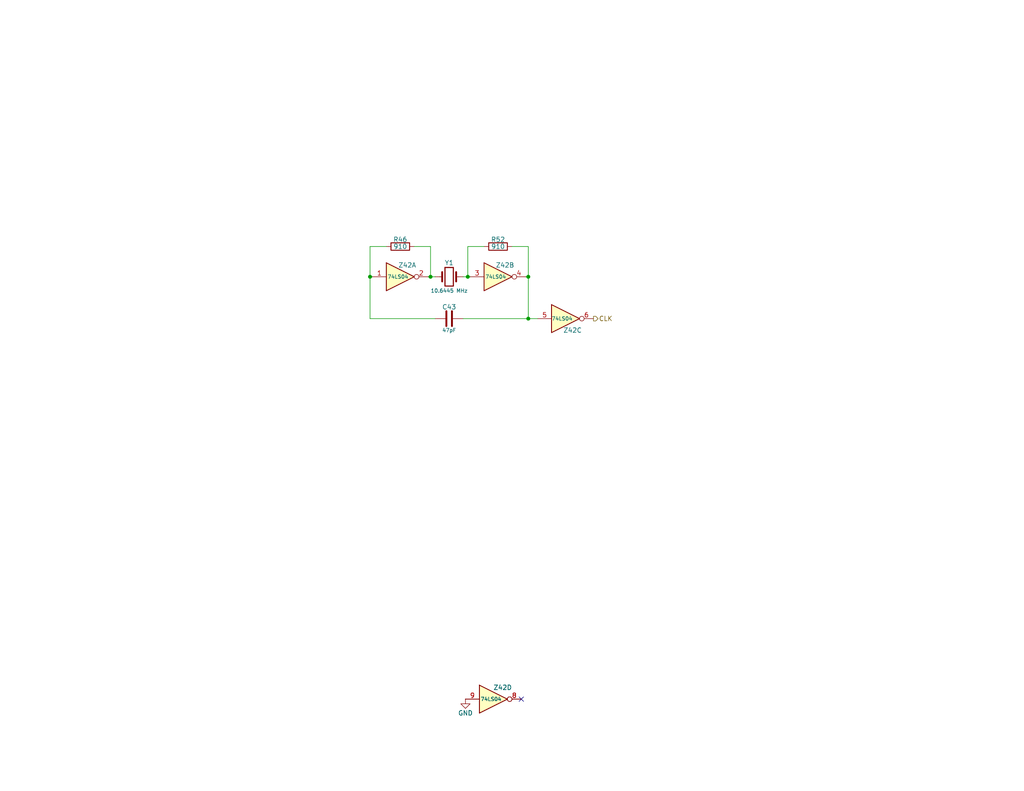
<source format=kicad_sch>
(kicad_sch (version 20231120) (generator "eeschema") (generator_version "8.0")
  (paper "USLetter")
  (title_block (title "TRS-80 Model I Rev D") (date "2024-11-20") (rev "E1A-D") (company "RetroStack - Marcel Erz") (comment 4 "System Clock"))
  (lib_symbols
    (symbol "74xx:74LS04"
      (property "Reference" "U" (at 0 1.27 0))
      (property "Value" "74LS04" (at 0 -1.27 0))
      (symbol "74LS04_1_0"
        (polyline (pts (xy -3.81 3.81) (xy -3.81 -3.81) (xy 3.81 0) (xy -3.81 3.81)) (stroke (width 0.254)) (fill (type background)))
        (pin input line (at -7.62 0 0) (length 3.81) (name "~") (number "1"))
        (pin output inverted (at 7.62 0 180) (length 3.81) (name "~") (number "2"))
      )
      (symbol "74LS04_2_0"
        (polyline (pts (xy -3.81 3.81) (xy -3.81 -3.81) (xy 3.81 0) (xy -3.81 3.81)) (stroke (width 0.254)) (fill (type background)))
        (pin input line (at -7.62 0 0) (length 3.81) (name "~") (number "3"))
        (pin output inverted (at 7.62 0 180) (length 3.81) (name "~") (number "4"))
      )
      (symbol "74LS04_3_0"
        (polyline (pts (xy -3.81 3.81) (xy -3.81 -3.81) (xy 3.81 0) (xy -3.81 3.81)) (stroke (width 0.254)) (fill (type background)))
        (pin input line (at -7.62 0 0) (length 3.81) (name "~") (number "5"))
        (pin output inverted (at 7.62 0 180) (length 3.81) (name "~") (number "6"))
      )
      (symbol "74LS04_4_0"
        (polyline (pts (xy -3.81 3.81) (xy -3.81 -3.81) (xy 3.81 0) (xy -3.81 3.81)) (stroke (width 0.254)) (fill (type background)))
        (pin output inverted (at 7.62 0 180) (length 3.81) (name "~") (number "8"))
        (pin input line (at -7.62 0 0) (length 3.81) (name "~") (number "9"))
      )
      (symbol "74LS04_5_0"
        (polyline (pts (xy -3.81 3.81) (xy -3.81 -3.81) (xy 3.81 0) (xy -3.81 3.81)) (stroke (width 0.254)) (fill (type background)))
        (pin output inverted (at 7.62 0 180) (length 3.81) (name "~") (number "10"))
        (pin input line (at -7.62 0 0) (length 3.81) (name "~") (number "11"))
      )
      (symbol "74LS04_6_0"
        (polyline (pts (xy -3.81 3.81) (xy -3.81 -3.81) (xy 3.81 0) (xy -3.81 3.81)) (stroke (width 0.254)) (fill (type background)))
        (pin output inverted (at 7.62 0 180) (length 3.81) (name "~") (number "12"))
        (pin input line (at -7.62 0 0) (length 3.81) (name "~") (number "13"))
      )
      (symbol "74LS04_7_0"
        (pin power_in line (at 0 12.7 270) (length 5.08) (name "VCC") (number "14"))
        (pin power_in line (at 0 -12.7 90) (length 5.08) (name "GND") (number "7"))
      )
      (symbol "74LS04_7_1"
        (rectangle (start -5.08 7.62) (end 5.08 -7.62) (stroke (width 0.254)) (fill (type background)))
      )
    )
    (symbol "Device:C" (pin_numbers hide) (pin_names (offset 0.254))
      (property "Reference" "C" (at 0.635 2.54 0))
      (property "Value" "C" (at 0.635 -2.54 0))
      (symbol "C_0_1"
        (polyline (pts (xy -2.032 -0.762) (xy 2.032 -0.762)) (stroke (width 0.508)))
        (polyline (pts (xy -2.032 0.762) (xy 2.032 0.762)) (stroke (width 0.508)))
      )
      (symbol "C_1_1"
        (pin passive line (at 0 3.81 270) (length 2.794) (name "~") (number "1"))
        (pin passive line (at 0 -3.81 90) (length 2.794) (name "~") (number "2"))
      )
    )
    (symbol "Device:Crystal" (pin_numbers hide) (pin_names (offset 1.016) hide)
      (property "Reference" "Y" (at 0 3.81 0))
      (property "Value" "Crystal" (at 0 -3.81 0))
      (symbol "Crystal_0_1"
        (rectangle (start -1.143 2.54) (end 1.143 -2.54) (stroke (width 0.3048)))
        (polyline (pts (xy -2.54 0) (xy -1.905 0)))
        (polyline (pts (xy -1.905 -1.27) (xy -1.905 1.27)) (stroke (width 0.508)))
        (polyline (pts (xy 1.905 -1.27) (xy 1.905 1.27)) (stroke (width 0.508)))
        (polyline (pts (xy 2.54 0) (xy 1.905 0)))
      )
      (symbol "Crystal_1_1"
        (pin passive line (at -3.81 0 0) (length 1.27) (name "1") (number "1"))
        (pin passive line (at 3.81 0 180) (length 1.27) (name "2") (number "2"))
      )
    )
    (symbol "Device:R" (pin_numbers hide) (pin_names (offset 0))
      (property "Reference" "R" (at 2.032 0 90))
      (property "Value" "R" (at 0 0 90))
      (symbol "R_0_1"
        (rectangle (start -1.016 -2.54) (end 1.016 2.54) (stroke (width 0.254)))
      )
      (symbol "R_1_1"
        (pin passive line (at 0 3.81 270) (length 1.27) (name "~") (number "1"))
        (pin passive line (at 0 -3.81 90) (length 1.27) (name "~") (number "2"))
      )
    )
    (symbol "power:GND" (power) (pin_numbers hide) (pin_names (offset 0) hide)
      (property "Value" "GND" (at 0 -3.81 0))
      (symbol "GND_0_1"
        (polyline (pts (xy 0 0) (xy 0 -1.27) (xy 1.27 -1.27) (xy 0 -2.54) (xy -1.27 -1.27) (xy 0 -1.27)))
      )
      (symbol "GND_1_1"
        (pin power_in line (at 0 0 270) (length 0) (name "~") (number "1"))
      )
    )
  )
  (junction (at 127.635 75.565))
  (junction (at 100.965 75.565))
  (junction (at 117.475 75.565))
  (junction (at 144.145 86.995))
  (junction (at 144.145 75.565))
  (no_connect (at 142.24 190.881))
  (wire (pts (xy 143.51 75.565) (xy 144.145 75.565)))
  (wire (pts (xy 100.965 67.31) (xy 105.41 67.31)))
  (wire (pts (xy 126.365 75.565) (xy 127.635 75.565)))
  (wire (pts (xy 144.145 75.565) (xy 144.145 67.31)))
  (wire (pts (xy 144.145 86.995) (xy 144.145 75.565)))
  (wire (pts (xy 113.03 67.31) (xy 117.475 67.31)))
  (wire (pts (xy 126.365 86.995) (xy 144.145 86.995)))
  (wire (pts (xy 117.475 75.565) (xy 118.745 75.565)))
  (wire (pts (xy 127.635 67.31) (xy 127.635 75.565)))
  (wire (pts (xy 127.635 75.565) (xy 128.27 75.565)))
  (wire (pts (xy 139.7 67.31) (xy 144.145 67.31)))
  (wire (pts (xy 132.08 67.31) (xy 127.635 67.31)))
  (wire (pts (xy 100.965 86.995) (xy 100.965 75.565)))
  (wire (pts (xy 116.84 75.565) (xy 117.475 75.565)))
  (wire (pts (xy 146.685 86.995) (xy 144.145 86.995)))
  (wire (pts (xy 117.475 67.31) (xy 117.475 75.565)))
  (wire (pts (xy 101.6 75.565) (xy 100.965 75.565)))
  (wire (pts (xy 100.965 75.565) (xy 100.965 67.31)))
  (wire (pts (xy 118.745 86.995) (xy 100.965 86.995)))
  (hierarchical_label "CLK" (shape output) (at 161.925 86.995 0))
  (symbol (lib_id "Device:R") (at 135.89 67.31 90) (unit 1)
    (property "Reference" "R52" (at 135.89 65.405 90))
    (property "Value" "910" (at 135.89 67.31 90))
    (property "Footprint" "RetroStackLibrary:TRS80_Model_I_R_0.25W" (effects (hide yes)))
  )
  (symbol (lib_id "74xx:74LS04") (at 154.305 86.995 0) (unit 3)
    (property "Reference" "Z42" (at 153.67 90.17 0) (effects (justify left)))
    (property "Value" "74LS04" (at 150.495 86.995 0) (effects (font (size 1 1)) (justify left)))
    (property "Footprint" "RetroStackLibrary:TRS80_Model_I_DIP14" (effects (hide yes)))
    (property "Datasheet" "http://www.ti.com/lit/gpn/sn74LS04" (effects (hide yes)))
  )
  (symbol (lib_id "74xx:74LS04") (at 135.89 75.565 0) (unit 2)
    (property "Reference" "Z42" (at 137.795 72.39 0))
    (property "Value" "74LS04" (at 135.255 75.565 0) (effects (font (size 1 1))))
    (property "Footprint" "RetroStackLibrary:TRS80_Model_I_DIP14" (effects (hide yes)))
    (property "Datasheet" "http://www.ti.com/lit/gpn/sn74LS04" (effects (hide yes)))
  )
  (symbol (lib_id "Device:Crystal") (at 122.555 75.565 0) (unit 1)
    (property "Reference" "Y1" (at 122.555 71.755 0))
    (property "Value" "10.6445 MHz" (at 122.555 79.375 0) (effects (font (size 1 1))))
    (property "Footprint" "RetroStackLibrary:TRS80_Model_I_Crystal" (effects (hide yes)))
  )
  (symbol (lib_id "74xx:74LS04") (at 109.22 75.565 0) (unit 1)
    (property "Reference" "Z42" (at 111.125 72.39 0))
    (property "Value" "74LS04" (at 108.585 75.565 0) (effects (font (size 1 1))))
    (property "Footprint" "RetroStackLibrary:TRS80_Model_I_DIP14" (effects (hide yes)))
    (property "Datasheet" "http://www.ti.com/lit/gpn/sn74LS04" (effects (hide yes)))
  )
  (symbol (lib_id "power:GND") (at 127 190.881 0) (unit 1)
    (property "Reference" "#PWR05" (effects (hide yes)))
    (property "Value" "GND" (at 127 194.691 0))
    (property "Description" "Power symbol creates a global label with name \"GND\" , ground" (effects (hide yes)))
  )
  (symbol (lib_id "Device:R") (at 109.22 67.31 90) (unit 1)
    (property "Reference" "R46" (at 109.22 65.405 90))
    (property "Value" "910" (at 109.22 67.31 90))
    (property "Footprint" "RetroStackLibrary:TRS80_Model_I_R_0.25W" (effects (hide yes)))
  )
  (symbol (lib_id "74xx:74LS04") (at 134.62 190.881 0) (unit 4)
    (property "Reference" "Z42" (at 137.16 187.706 0))
    (property "Value" "74LS04" (at 133.985 190.881 0) (effects (font (size 1 1))))
    (property "Footprint" "RetroStackLibrary:TRS80_Model_I_DIP14" (effects (hide yes)))
    (property "Datasheet" "http://www.ti.com/lit/gpn/sn74LS04" (effects (hide yes)))
  )
  (symbol (lib_id "Device:C") (at 122.555 86.995 90) (unit 1)
    (property "Reference" "C43" (at 122.555 83.82 90))
    (property "Value" "47pF" (at 122.555 90.17 90) (effects (font (size 1 1))))
    (property "Footprint" "RetroStackLibrary:TRS80_Model_I_C_Disc_9.5L_4W_6P_Small" (effects (hide yes)))
  )
)
</source>
